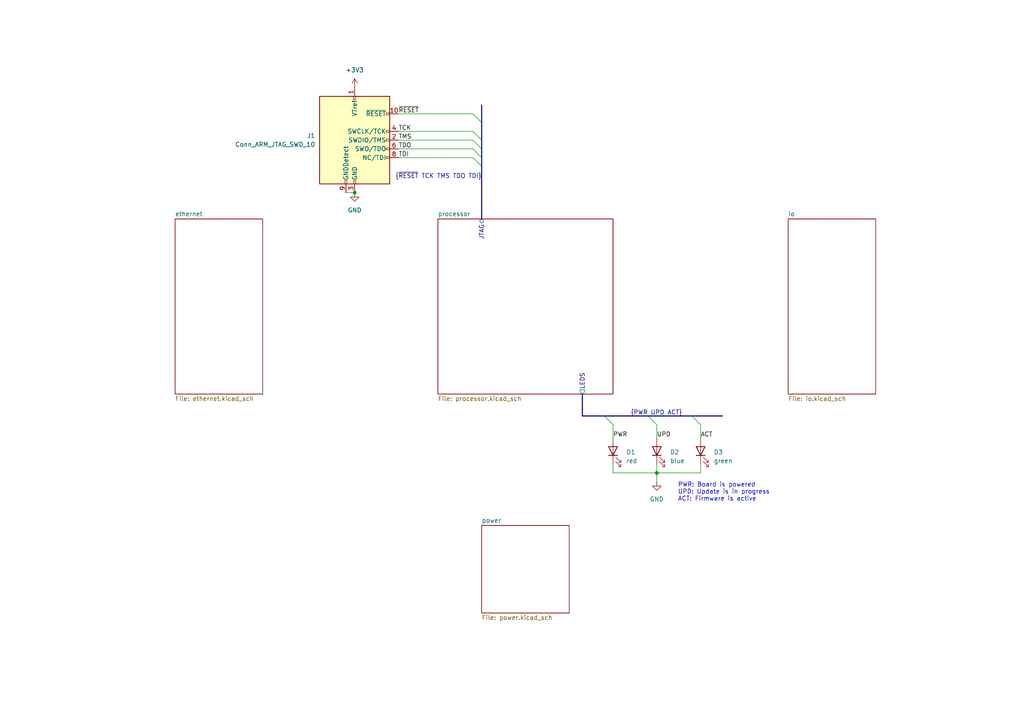
<source format=kicad_sch>
(kicad_sch (version 20231120) (generator "eeschema") (generator_version "8.0")
  (paper "A4")
  (lib_symbols
    (symbol "Connector:Conn_ARM_JTAG_SWD_10" (pin_names (offset 1.016))
      (property "Reference" "J" (at -2.54 16.51 0))
      (property "Value" "Conn_ARM_JTAG_SWD_10" (at -2.54 13.97 0))
      (symbol "Conn_ARM_JTAG_SWD_10_0_1"
        (rectangle (start -10.16 12.7) (end 10.16 -12.7) (stroke (width 0.254)) (fill (type background)))
        (rectangle (start -2.794 -12.7) (end -2.286 -11.684))
        (rectangle (start -0.254 -12.7) (end 0.254 -11.684))
        (rectangle (start -0.254 12.7) (end 0.254 11.684))
        (rectangle (start 9.144 2.286) (end 10.16 2.794))
        (rectangle (start 10.16 -2.794) (end 9.144 -2.286))
        (rectangle (start 10.16 -0.254) (end 9.144 0.254))
        (rectangle (start 10.16 7.874) (end 9.144 7.366))
      )
      (symbol "Conn_ARM_JTAG_SWD_10_1_1"
        (rectangle (start 9.144 -5.334) (end 10.16 -4.826))
        (pin power_in line (at 0 15.24 270) (length 2.54) (name "VTref") (number "1"))
        (pin open_collector line (at 12.7 7.62 180) (length 2.54) (name "~{RESET}") (number "10"))
        (pin bidirectional line (at 12.7 0 180) (length 2.54) (name "SWDIO/TMS") (number "2"))
        (pin power_in line (at 0 -15.24 90) (length 2.54) (name "GND") (number "3"))
        (pin output line (at 12.7 2.54 180) (length 2.54) (name "SWCLK/TCK") (number "4"))
        (pin passive line (at 0 -15.24 90) (length 2.54) hide (name "GND") (number "5"))
        (pin input line (at 12.7 -2.54 180) (length 2.54) (name "SWO/TDO") (number "6"))
        (pin no_connect line (at -10.16 0 0) (length 2.54) hide (name "KEY") (number "7"))
        (pin output line (at 12.7 -5.08 180) (length 2.54) (name "NC/TDI") (number "8"))
        (pin passive line (at -2.54 -15.24 90) (length 2.54) (name "GNDDetect") (number "9"))
      )
    )
    (symbol "Device:LED" (pin_numbers hide) (pin_names (offset 1.016) hide)
      (property "Reference" "D" (at 0 2.54 0))
      (property "Value" "LED" (at 0 -2.54 0))
      (symbol "LED_0_1"
        (polyline (pts (xy -1.27 -1.27) (xy -1.27 1.27)) (stroke (width 0.254)))
        (polyline (pts (xy -1.27 0) (xy 1.27 0)))
        (polyline (pts (xy 1.27 -1.27) (xy 1.27 1.27) (xy -1.27 0) (xy 1.27 -1.27)) (stroke (width 0.254)))
        (polyline (pts (xy -3.048 -0.762) (xy -4.572 -2.286) (xy -3.81 -2.286) (xy -4.572 -2.286) (xy -4.572 -1.524)))
        (polyline (pts (xy -1.778 -0.762) (xy -3.302 -2.286) (xy -2.54 -2.286) (xy -3.302 -2.286) (xy -3.302 -1.524)))
      )
      (symbol "LED_1_1"
        (pin passive line (at -3.81 0 0) (length 2.54) (name "K") (number "1"))
        (pin passive line (at 3.81 0 180) (length 2.54) (name "A") (number "2"))
      )
    )
    (symbol "power:+3V3" (power) (pin_numbers hide) (pin_names (offset 0) hide)
      (property "Value" "+3V3" (at 0 3.556 0))
      (symbol "+3V3_0_1"
        (polyline (pts (xy -0.762 1.27) (xy 0 2.54)))
        (polyline (pts (xy 0 0) (xy 0 2.54)))
        (polyline (pts (xy 0 2.54) (xy 0.762 1.27)))
      )
      (symbol "+3V3_1_1"
        (pin power_in line (at 0 0 90) (length 0) (name "~") (number "1"))
      )
    )
    (symbol "power:GND" (power) (pin_numbers hide) (pin_names (offset 0) hide)
      (property "Value" "GND" (at 0 -3.81 0))
      (symbol "GND_0_1"
        (polyline (pts (xy 0 0) (xy 0 -1.27) (xy 1.27 -1.27) (xy 0 -2.54) (xy -1.27 -1.27) (xy 0 -1.27)))
      )
      (symbol "GND_1_1"
        (pin power_in line (at 0 0 270) (length 0) (name "~") (number "1"))
      )
    )
  )
  (junction (at 190.5 137.16))
  (junction (at 102.87 55.88))
  (bus_entry (at 139.7 45.72) (size -2.54 -2.54))
  (bus_entry (at 187.96 120.65) (size 2.54 2.54))
  (bus_entry (at 139.7 48.26) (size -2.54 -2.54))
  (bus_entry (at 139.7 43.18) (size -2.54 -2.54))
  (bus_entry (at 175.26 120.65) (size 2.54 2.54))
  (bus_entry (at 139.7 35.56) (size -2.54 -2.54))
  (bus_entry (at 139.7 40.64) (size -2.54 -2.54))
  (bus_entry (at 200.66 120.65) (size 2.54 2.54))
  (wire (pts (xy 190.5 137.16) (xy 190.5 139.7)))
  (bus (pts (xy 139.7 40.64) (xy 139.7 43.18)))
  (wire (pts (xy 190.5 134.62) (xy 190.5 137.16)))
  (bus (pts (xy 139.7 35.56) (xy 139.7 40.64)))
  (bus (pts (xy 175.26 120.65) (xy 187.96 120.65)))
  (wire (pts (xy 115.57 45.72) (xy 137.16 45.72)))
  (wire (pts (xy 177.8 137.16) (xy 190.5 137.16)))
  (bus (pts (xy 139.7 48.26) (xy 139.7 63.5)))
  (wire (pts (xy 100.33 55.88) (xy 102.87 55.88)))
  (bus (pts (xy 139.7 43.18) (xy 139.7 45.72)))
  (wire (pts (xy 115.57 40.64) (xy 137.16 40.64)))
  (wire (pts (xy 203.2 123.19) (xy 203.2 127)))
  (wire (pts (xy 115.57 38.1) (xy 137.16 38.1)))
  (bus (pts (xy 139.7 45.72) (xy 139.7 48.26)))
  (wire (pts (xy 203.2 134.62) (xy 203.2 137.16)))
  (wire (pts (xy 203.2 137.16) (xy 190.5 137.16)))
  (wire (pts (xy 177.8 123.19) (xy 177.8 127)))
  (wire (pts (xy 177.8 134.62) (xy 177.8 137.16)))
  (bus (pts (xy 139.7 30.48) (xy 139.7 35.56)))
  (bus (pts (xy 168.91 120.65) (xy 175.26 120.65)))
  (wire (pts (xy 190.5 123.19) (xy 190.5 127)))
  (bus (pts (xy 187.96 120.65) (xy 200.66 120.65)))
  (bus (pts (xy 168.91 114.3) (xy 168.91 120.65)))
  (bus (pts (xy 200.66 120.65) (xy 209.55 120.65)))
  (wire (pts (xy 115.57 33.02) (xy 137.16 33.02)))
  (wire (pts (xy 115.57 43.18) (xy 137.16 43.18)))
  (text "PWR: Board is powered\nUPD: Update is in progress\nACT: Firmware is active" (at 196.596 142.748 0) (effects (font (size 1.27 1.27)) (justify left)))
  (label "UPD" (at 190.5 127 0))
  (label "~{RESET}" (at 115.57 33.02 0))
  (label "TDI" (at 115.57 45.72 0))
  (label "{PWR UPD ACT}" (at 182.88 120.65 0))
  (label "PWR" (at 177.8 127 0))
  (label "ACT" (at 203.2 127 0))
  (label "TCK" (at 115.57 38.1 0))
  (label "{~{RESET} TCK TMS TDO TDI}" (at 139.7 52.07 180))
  (label "TMS" (at 115.57 40.64 0))
  (label "TDO" (at 115.57 43.18 0))
  (symbol (lib_id "Device:LED") (at 190.5 130.81 90) (unit 1)
    (property "Reference" "D2" (at 194.31 131.1274 90) (effects (justify right)))
    (property "Value" "blue" (at 194.31 133.6674 90) (effects (justify right)))
    (property "Footprint" "LED_SMD:LED_1206_3216Metric" (effects (hide yes)))
    (property "Datasheet" "https://s3-us-west-2.amazonaws.com/catsy.557/Dialight_CBI_data_598-1206_Apr2018.pdf" (effects (hide yes)))
    (property "Description" "UPD" (effects (hide yes)))
    (property "MPN" "598-8291-107F" (effects (hide yes)))
    (property "Manufacturer" "Dialight" (effects (hide yes)))
  )
  (symbol (lib_id "Connector:Conn_ARM_JTAG_SWD_10") (at 102.87 40.64 0) (unit 1)
    (property "Reference" "J1" (at 91.44 39.3699 0) (effects (justify right)))
    (property "Value" "Conn_ARM_JTAG_SWD_10" (at 91.44 41.9099 0) (effects (justify right)))
    (property "Datasheet" "https://mm.digikey.com/Volume0/opasdata/d220001/medias/docus/6209/ftsh-1xx-xx-xxx-dv-xxx-xxx-x-xx-mkt.pdf" (effects (hide yes)))
    (property "Description" "JTAG" (effects (hide yes)))
    (property "MPN" "FTSH-105-01-L-DV-007-K-TR" (effects (hide yes)))
    (property "Manufacturer" "samtec" (effects (hide yes)))
  )
  (symbol (lib_id "Device:LED") (at 203.2 130.81 90) (unit 1)
    (property "Reference" "D3" (at 207.01 131.1274 90) (effects (justify right)))
    (property "Value" "green" (at 207.01 133.6674 90) (effects (justify right)))
    (property "Footprint" "LED_SMD:LED_1206_3216Metric" (effects (hide yes)))
    (property "Datasheet" "https://s3-us-west-2.amazonaws.com/catsy.557/Dialight_CBI_data_598-1206_Apr2018.pdf" (effects (hide yes)))
    (property "Description" "ACT" (effects (hide yes)))
    (property "MPN" "598-8270-107F" (effects (hide yes)))
    (property "Manufacturer" "Dialight" (effects (hide yes)))
  )
  (symbol (lib_id "power:GND") (at 102.87 55.88 0) (unit 1)
    (property "Reference" "#PWR02" (effects (hide yes)))
    (property "Value" "GND" (at 102.87 60.96 0))
    (property "Description" "Power symbol creates a global label with name \"GND\" , ground" (effects (hide yes)))
  )
  (symbol (lib_id "power:GND") (at 190.5 139.7 0) (unit 1)
    (property "Reference" "#PWR03" (effects (hide yes)))
    (property "Value" "GND" (at 190.5 144.78 0))
    (property "Description" "Power symbol creates a global label with name \"GND\" , ground" (effects (hide yes)))
  )
  (symbol (lib_id "power:+3V3") (at 102.87 25.4 0) (unit 1)
    (property "Reference" "#PWR01" (effects (hide yes)))
    (property "Value" "+3V3" (at 102.87 20.32 0))
    (property "Description" "Power symbol creates a global label with name \"+3V3\"" (effects (hide yes)))
  )
  (symbol (lib_id "Device:LED") (at 177.8 130.81 90) (unit 1)
    (property "Reference" "D1" (at 181.61 131.1274 90) (effects (justify right)))
    (property "Value" "red" (at 181.61 133.6674 90) (effects (justify right)))
    (property "Footprint" "LED_SMD:LED_1206_3216Metric" (effects (hide yes)))
    (property "Datasheet" "https://s3-us-west-2.amazonaws.com/catsy.557/Dialight_CBI_data_598-1206_Apr2018.pdf" (effects (hide yes)))
    (property "Description" "PWR" (effects (hide yes)))
    (property "MPN" "598-8210-107F" (effects (hide yes)))
    (property "Manufacturer" "Dialight" (effects (hide yes)))
  )
  (sheet (at 50.8 63.5) (size 25.4 50.8) (stroke (width 0.1524))
    (property "Sheetname" "ethernet" (at 50.8 62.7884 0) (effects (justify left bottom)))
    (property "Sheetfile" "ethernet.kicad_sch" (at 50.8 114.8846 0) (effects (justify left top)))
  )
  (sheet (at 228.6 63.5) (size 25.4 50.8) (stroke (width 0.1524))
    (property "Sheetname" "io" (at 228.6 62.7884 0) (effects (justify left bottom)))
    (property "Sheetfile" "io.kicad_sch" (at 228.6 114.8846 0) (effects (justify left top)))
  )
  (sheet (at 127 63.5) (size 50.8 50.8) (stroke (width 0.1524))
    (property "Sheetname" "processor" (at 127 62.7884 0) (effects (justify left bottom)))
    (property "Sheetfile" "processor.kicad_sch" (at 127 114.8846 0) (effects (justify left top)))
    (pin "JTAG" bidirectional (at 139.7 63.5 90))
    (pin "LEDS" output (at 168.91 114.3 270))
  )
  (sheet (at 139.7 152.4) (size 25.4 25.4) (stroke (width 0.1524))
    (property "Sheetname" "power" (at 139.7 151.6884 0) (effects (justify left bottom)))
    (property "Sheetfile" "power.kicad_sch" (at 139.7 178.3846 0) (effects (justify left top)))
  )
)
</source>
